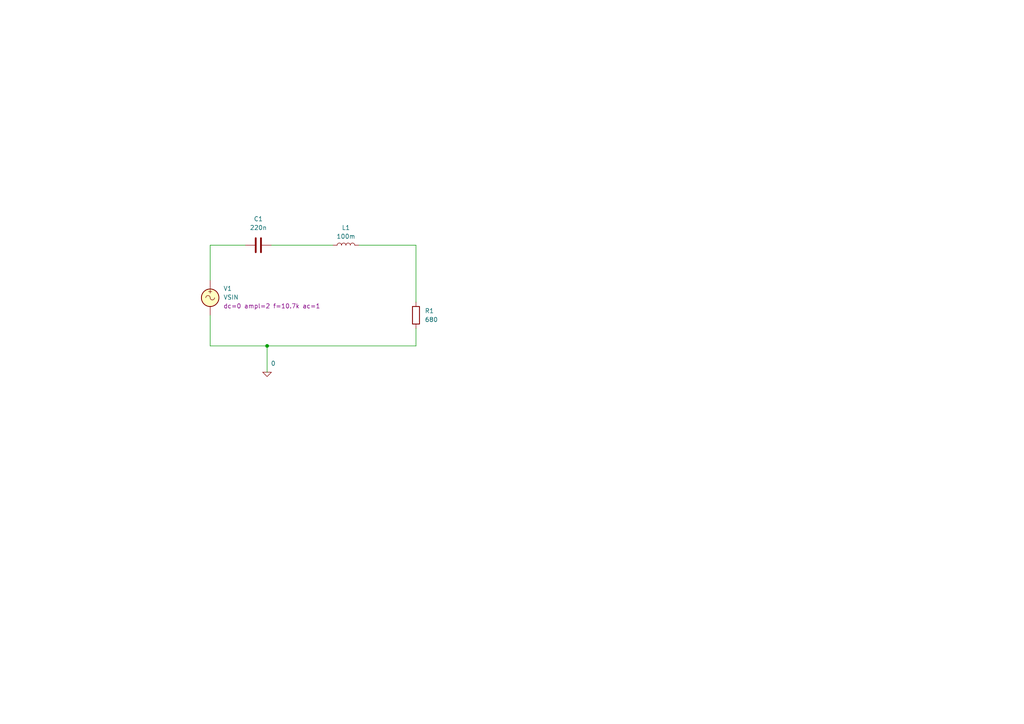
<source format=kicad_sch>
(kicad_sch (version 20250114) (generator "eeschema") (generator_version "9.0")
  (paper "A4")
  (lib_symbols
    (symbol "Device:C" (pin_numbers (hide yes)) (pin_names (offset 0.254))
      (property "Reference" "C" (at 0.635 2.54 0))
      (property "Value" "C" (at 0.635 -2.54 0))
      (symbol "C_0_1"
        (polyline (pts (xy -2.032 0.762) (xy 2.032 0.762)) (stroke (width 0.508)))
        (polyline (pts (xy -2.032 -0.762) (xy 2.032 -0.762)) (stroke (width 0.508)))
      )
      (symbol "C_1_1"
        (pin passive line (at 0 3.81 270) (length 2.794) (name "~") (number "1"))
        (pin passive line (at 0 -3.81 90) (length 2.794) (name "~") (number "2"))
      )
    )
    (symbol "Device:L" (pin_numbers (hide yes)) (pin_names (offset 1.016) (hide yes))
      (property "Reference" "L" (at -1.27 0 90))
      (property "Value" "L" (at 1.905 0 90))
      (symbol "L_0_1"
        (arc (start 0 2.54) (mid 0.6323 1.905) (end 0 1.27))
        (arc (start 0 1.27) (mid 0.6323 0.635) (end 0 0))
        (arc (start 0 0) (mid 0.6323 -0.635) (end 0 -1.27))
        (arc (start 0 -1.27) (mid 0.6323 -1.905) (end 0 -2.54))
      )
      (symbol "L_1_1"
        (pin passive line (at 0 3.81 270) (length 1.27) (name "1") (number "1"))
        (pin passive line (at 0 -3.81 90) (length 1.27) (name "2") (number "2"))
      )
    )
    (symbol "Device:R" (pin_numbers (hide yes)) (pin_names (offset 0))
      (property "Reference" "R" (at 2.032 0 90))
      (property "Value" "R" (at 0 0 90))
      (symbol "R_0_1"
        (rectangle (start -1.016 -2.54) (end 1.016 2.54) (stroke (width 0.254)))
      )
      (symbol "R_1_1"
        (pin passive line (at 0 3.81 270) (length 1.27) (name "~") (number "1"))
        (pin passive line (at 0 -3.81 90) (length 1.27) (name "~") (number "2"))
      )
    )
    (symbol "Simulation_SPICE:0" (power) (pin_numbers (hide yes)) (pin_names (offset 0) (hide yes))
      (property "Value" "0" (at 0 -2.54 0))
      (symbol "0_0_1"
        (polyline (pts (xy -1.27 0) (xy 0 -1.27) (xy 1.27 0) (xy -1.27 0)))
      )
      (symbol "0_1_1"
        (pin power_in line (at 0 0 0) (length 0) (name "~") (number "1"))
      )
    )
    (symbol "Simulation_SPICE:VSIN" (pin_numbers (hide yes)) (pin_names (offset 0.0254))
      (property "Reference" "V" (at 2.54 2.54 0))
      (property "Value" "VSIN" (at 2.54 0 0))
      (property "Sim.Params" "dc=0 ampl=1 f=1k ac=1" (at 2.54 -2.54 0))
      (symbol "VSIN_0_0"
        (arc (start -1.27 0) (mid -0.635 0.6323) (end 0 0))
        (arc (start 1.27 0) (mid 0.635 -0.6323) (end 0 0))
        (text "+" (at 0 1.905 0) (effects (font (size 1.27 1.27))))
      )
      (symbol "VSIN_0_1"
        (circle (center 0 0) (radius 2.54) (stroke (width 0.254)) (fill (type background)))
      )
      (symbol "VSIN_1_1"
        (pin passive line (at 0 5.08 270) (length 2.54) (name "~") (number "1"))
        (pin passive line (at 0 -5.08 90) (length 2.54) (name "~") (number "2"))
      )
    )
  )
  (junction (at 77.47 100.33))
  (wire (pts (xy 60.96 100.33) (xy 60.96 91.44)))
  (wire (pts (xy 120.65 95.25) (xy 120.65 100.33)))
  (wire (pts (xy 120.65 71.12) (xy 120.65 87.63)))
  (wire (pts (xy 78.74 71.12) (xy 96.52 71.12)))
  (wire (pts (xy 104.14 71.12) (xy 120.65 71.12)))
  (wire (pts (xy 60.96 81.28) (xy 60.96 71.12)))
  (wire (pts (xy 77.47 100.33) (xy 77.47 107.95)))
  (wire (pts (xy 60.96 71.12) (xy 71.12 71.12)))
  (wire (pts (xy 77.47 100.33) (xy 60.96 100.33)))
  (wire (pts (xy 120.65 100.33) (xy 77.47 100.33)))
  (symbol (lib_id "Simulation_SPICE:VSIN") (at 60.96 86.36 0) (unit 1)
    (property "Reference" "V1" (at 64.77 83.6901 0) (effects (justify left)))
    (property "Value" "VSIN" (at 64.77 86.2301 0) (effects (justify left)))
    (property "Datasheet" "https://ngspice.sourceforge.io/docs/ngspice-html-manual/manual.xhtml#sec_Independent_Sources_for" (effects (hide yes)))
    (property "Description" "Voltage source, sinusoidal" (effects (hide yes)))
    (property "Sim.Pins" "1=+ 2=-" (effects (hide yes)))
    (property "Sim.Params" "dc=0 ampl=2 f=10.7k ac=1" (at 64.77 88.7701 0) (effects (justify left)))
    (property "Sim.Type" "SIN" (effects (hide yes)))
    (property "Sim.Device" "V" (effects (hide yes)))
  )
  (symbol (lib_id "Device:C") (at 74.93 71.12 90) (unit 1)
    (property "Reference" "C1" (at 74.93 63.5 90))
    (property "Value" "220n" (at 74.93 66.04 90))
    (property "Description" "Unpolarized capacitor" (effects (hide yes)))
  )
  (symbol (lib_id "Device:L") (at 100.33 71.12 90) (unit 1)
    (property "Reference" "L1" (at 100.33 66.04 90))
    (property "Value" "100m" (at 100.33 68.58 90))
    (property "Description" "Inductor" (effects (hide yes)))
  )
  (symbol (lib_id "Device:R") (at 120.65 91.44 0) (unit 1)
    (property "Reference" "R1" (at 123.19 90.1699 0) (effects (justify left)))
    (property "Value" "680" (at 123.19 92.7099 0) (effects (justify left)))
    (property "Description" "Resistor" (effects (hide yes)))
  )
  (symbol (lib_id "Simulation_SPICE:0") (at 77.47 107.95 0) (unit 1)
    (property "Reference" "#GND01" (effects (hide yes)))
    (property "Value" "0" (at 79.248 105.41 0))
    (property "Datasheet" "https://ngspice.sourceforge.io/docs/ngspice-html-manual/manual.xhtml#subsec_Circuit_elements__device" (effects (hide yes)))
    (property "Description" "0V reference potential for simulation" (effects (hide yes)))
  )
)
</source>
